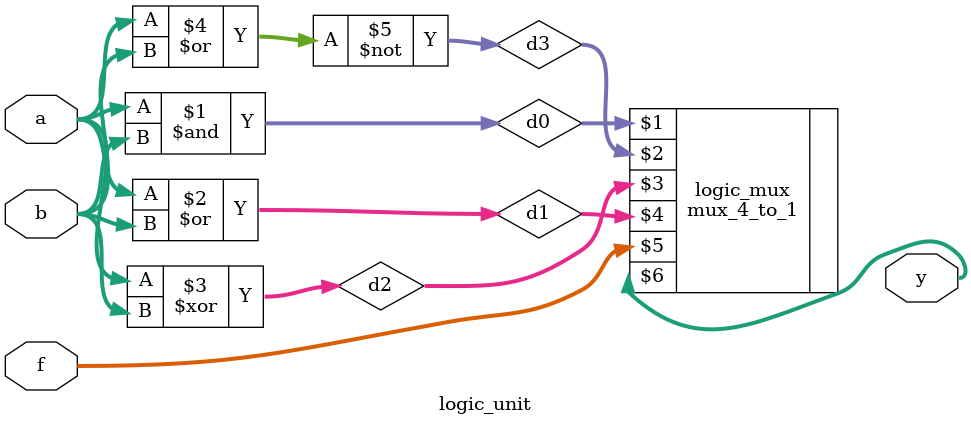
<source format=sv>
module logic_unit 
	#(parameter n=2)
	(
	input logic [n-1:0] a,b,
	input logic [1:0] f,
	output logic [n-1:0] y
	);
	
	logic [n-1:0] d0,d1,d2,d3;
	
	assign d0 = a & b;
	assign d1 = a | b;
	assign d2 = a ^ b;
	assign d3 = ~(a | b);
	
	mux_4_to_1 #(n) logic_mux (d0,d3,d2,d1,f,y);
	
endmodule
	
	
</source>
